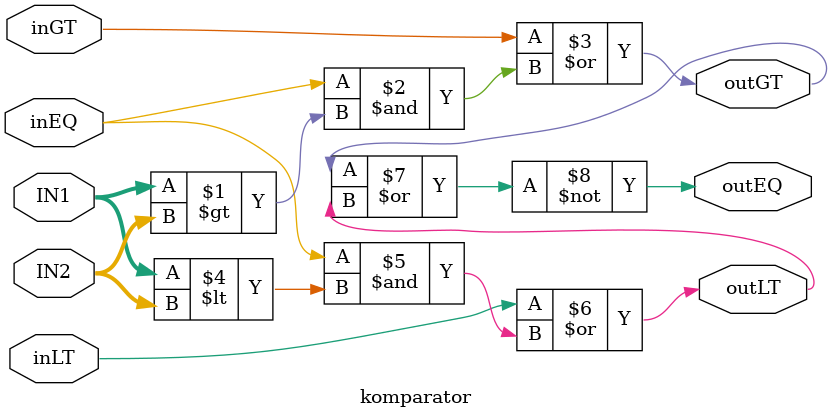
<source format=v>

module komparator(IN1, IN2, inEQ, inGT, inLT, outEQ, outGT, outLT);
	input [1:0] IN1, IN2;
	input inEQ, inGT, inLT;
	output wire outEQ, outGT, outLT;

	assign outGT = inGT | (inEQ & (IN1 > IN2));
	assign outLT = inLT | (inEQ & (IN1 < IN2));
	assign outEQ = ~(outGT | outLT);

endmodule

//zadania:
//1 implementacja
//2 zrealizowac komparator z wyjsciami I1>I2, I1=I2, I1<I2
/*
        |  |        |  |
       _|  |_      _|  |_
       \    /      \    /
        \  /        \  /
     +--------------------+
     |                    |
     |                  > +------
     |                  = +------
     |                  < +------
     |                    |
     +--------------------+
*/
//3 zrealizowac komparator kaskadowy z wejsciani/wyjsciami I1>I2, I1=I2, I1<I2
/*
        |  |        |  |
       _|  |_      _|  |_
       \    /      \    /
        \  /        \  /
     +--------------------+
     |                    |
-----+ >                > +------
-----+ =                = +------
-----+ <                < +------
     |                    |
     +--------------------+
*/

</source>
